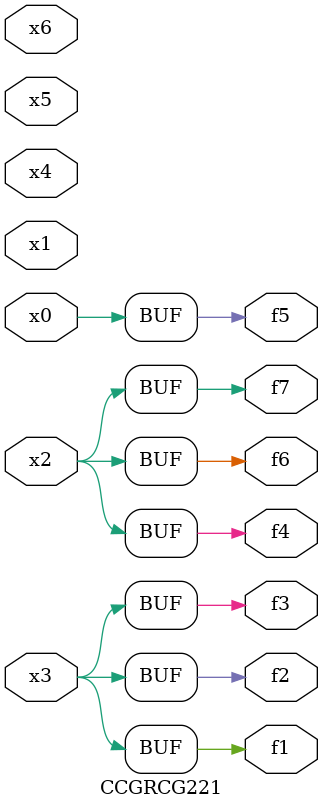
<source format=v>
module CCGRCG221(
	input x0, x1, x2, x3, x4, x5, x6,
	output f1, f2, f3, f4, f5, f6, f7
);
	assign f1 = x3;
	assign f2 = x3;
	assign f3 = x3;
	assign f4 = x2;
	assign f5 = x0;
	assign f6 = x2;
	assign f7 = x2;
endmodule

</source>
